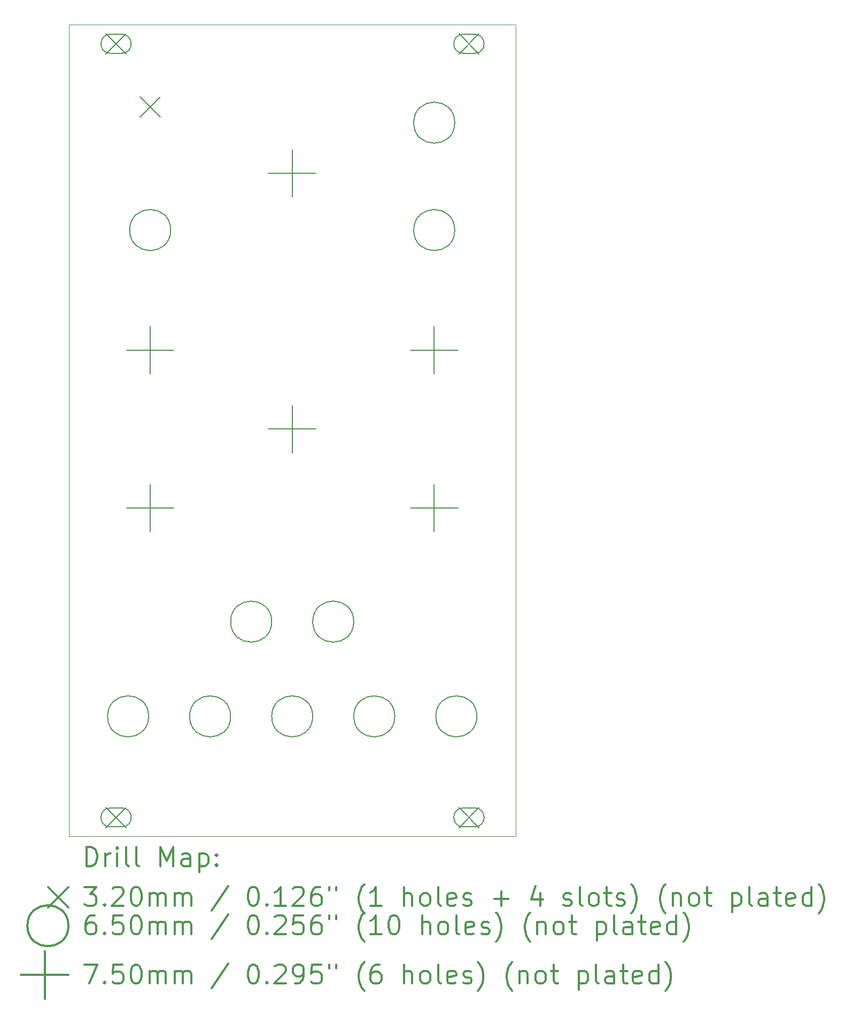
<source format=gbr>
%FSLAX45Y45*%
G04 Gerber Fmt 4.5, Leading zero omitted, Abs format (unit mm)*
G04 Created by KiCad (PCBNEW (5.0.0-rc2)) date Wed Jul  8 18:04:15 2020*
%MOMM*%
%LPD*%
G01*
G04 APERTURE LIST*
%ADD10C,0.100000*%
%ADD11C,0.200000*%
%ADD12C,0.300000*%
G04 APERTURE END LIST*
D10*
X0Y12850000D02*
X0Y0D01*
X7080000Y12850000D02*
X0Y12850000D01*
X7080000Y0D02*
X7080000Y12850000D01*
X0Y0D02*
X7080000Y0D01*
D11*
X6180000Y12710000D02*
X6500000Y12390000D01*
X6500000Y12710000D02*
X6180000Y12390000D01*
X6250000Y12400000D02*
X6430000Y12400000D01*
X6250000Y12700000D02*
X6430000Y12700000D01*
X6430000Y12400000D02*
G75*
G03X6430000Y12700000I0J150000D01*
G01*
X6250000Y12700000D02*
G75*
G03X6250000Y12400000I0J-150000D01*
G01*
X590000Y12710000D02*
X910000Y12390000D01*
X910000Y12710000D02*
X590000Y12390000D01*
X660000Y12400000D02*
X840000Y12400000D01*
X660000Y12700000D02*
X840000Y12700000D01*
X840000Y12400000D02*
G75*
G03X840000Y12700000I0J150000D01*
G01*
X660000Y12700000D02*
G75*
G03X660000Y12400000I0J-150000D01*
G01*
X590000Y460000D02*
X910000Y140000D01*
X910000Y460000D02*
X590000Y140000D01*
X660000Y150000D02*
X840000Y150000D01*
X660000Y450000D02*
X840000Y450000D01*
X840000Y150000D02*
G75*
G03X840000Y450000I0J150000D01*
G01*
X660000Y450000D02*
G75*
G03X660000Y150000I0J-150000D01*
G01*
X1130000Y11710000D02*
X1450000Y11390000D01*
X1450000Y11710000D02*
X1130000Y11390000D01*
X6180000Y460000D02*
X6500000Y140000D01*
X6500000Y460000D02*
X6180000Y140000D01*
X6250000Y150000D02*
X6430000Y150000D01*
X6250000Y450000D02*
X6430000Y450000D01*
X6430000Y150000D02*
G75*
G03X6430000Y450000I0J150000D01*
G01*
X6250000Y450000D02*
G75*
G03X6250000Y150000I0J-150000D01*
G01*
X4515000Y3400000D02*
G75*
G03X4515000Y3400000I-325000J0D01*
G01*
X6115000Y11300000D02*
G75*
G03X6115000Y11300000I-325000J0D01*
G01*
X1265000Y1900000D02*
G75*
G03X1265000Y1900000I-325000J0D01*
G01*
X6465000Y1900000D02*
G75*
G03X6465000Y1900000I-325000J0D01*
G01*
X5165000Y1900000D02*
G75*
G03X5165000Y1900000I-325000J0D01*
G01*
X3215000Y3400000D02*
G75*
G03X3215000Y3400000I-325000J0D01*
G01*
X6115000Y9600000D02*
G75*
G03X6115000Y9600000I-325000J0D01*
G01*
X3865000Y1900000D02*
G75*
G03X3865000Y1900000I-325000J0D01*
G01*
X2565000Y1900000D02*
G75*
G03X2565000Y1900000I-325000J0D01*
G01*
X1615000Y9600000D02*
G75*
G03X1615000Y9600000I-325000J0D01*
G01*
X3540000Y10875000D02*
X3540000Y10125000D01*
X3165000Y10500000D02*
X3915000Y10500000D01*
X1290000Y8075000D02*
X1290000Y7325000D01*
X915000Y7700000D02*
X1665000Y7700000D01*
X3540000Y6825000D02*
X3540000Y6075000D01*
X3165000Y6450000D02*
X3915000Y6450000D01*
X5790000Y8075000D02*
X5790000Y7325000D01*
X5415000Y7700000D02*
X6165000Y7700000D01*
X1290000Y5575000D02*
X1290000Y4825000D01*
X915000Y5200000D02*
X1665000Y5200000D01*
X5790000Y5575000D02*
X5790000Y4825000D01*
X5415000Y5200000D02*
X6165000Y5200000D01*
D12*
X281428Y-470714D02*
X281428Y-170714D01*
X352857Y-170714D01*
X395714Y-185000D01*
X424286Y-213571D01*
X438571Y-242143D01*
X452857Y-299286D01*
X452857Y-342143D01*
X438571Y-399286D01*
X424286Y-427857D01*
X395714Y-456429D01*
X352857Y-470714D01*
X281428Y-470714D01*
X581428Y-470714D02*
X581428Y-270714D01*
X581428Y-327857D02*
X595714Y-299286D01*
X610000Y-285000D01*
X638571Y-270714D01*
X667143Y-270714D01*
X767143Y-470714D02*
X767143Y-270714D01*
X767143Y-170714D02*
X752857Y-185000D01*
X767143Y-199286D01*
X781428Y-185000D01*
X767143Y-170714D01*
X767143Y-199286D01*
X952857Y-470714D02*
X924286Y-456429D01*
X910000Y-427857D01*
X910000Y-170714D01*
X1110000Y-470714D02*
X1081428Y-456429D01*
X1067143Y-427857D01*
X1067143Y-170714D01*
X1452857Y-470714D02*
X1452857Y-170714D01*
X1552857Y-385000D01*
X1652857Y-170714D01*
X1652857Y-470714D01*
X1924286Y-470714D02*
X1924286Y-313572D01*
X1910000Y-285000D01*
X1881428Y-270714D01*
X1824286Y-270714D01*
X1795714Y-285000D01*
X1924286Y-456429D02*
X1895714Y-470714D01*
X1824286Y-470714D01*
X1795714Y-456429D01*
X1781428Y-427857D01*
X1781428Y-399286D01*
X1795714Y-370714D01*
X1824286Y-356429D01*
X1895714Y-356429D01*
X1924286Y-342143D01*
X2067143Y-270714D02*
X2067143Y-570714D01*
X2067143Y-285000D02*
X2095714Y-270714D01*
X2152857Y-270714D01*
X2181428Y-285000D01*
X2195714Y-299286D01*
X2210000Y-327857D01*
X2210000Y-413571D01*
X2195714Y-442143D01*
X2181428Y-456429D01*
X2152857Y-470714D01*
X2095714Y-470714D01*
X2067143Y-456429D01*
X2338571Y-442143D02*
X2352857Y-456429D01*
X2338571Y-470714D01*
X2324286Y-456429D01*
X2338571Y-442143D01*
X2338571Y-470714D01*
X2338571Y-285000D02*
X2352857Y-299286D01*
X2338571Y-313572D01*
X2324286Y-299286D01*
X2338571Y-285000D01*
X2338571Y-313572D01*
X-325000Y-805000D02*
X-5000Y-1125000D01*
X-5000Y-805000D02*
X-325000Y-1125000D01*
X252857Y-800714D02*
X438571Y-800714D01*
X338571Y-915000D01*
X381428Y-915000D01*
X410000Y-929286D01*
X424286Y-943571D01*
X438571Y-972143D01*
X438571Y-1043571D01*
X424286Y-1072143D01*
X410000Y-1086429D01*
X381428Y-1100714D01*
X295714Y-1100714D01*
X267143Y-1086429D01*
X252857Y-1072143D01*
X567143Y-1072143D02*
X581428Y-1086429D01*
X567143Y-1100714D01*
X552857Y-1086429D01*
X567143Y-1072143D01*
X567143Y-1100714D01*
X695714Y-829286D02*
X710000Y-815000D01*
X738571Y-800714D01*
X810000Y-800714D01*
X838571Y-815000D01*
X852857Y-829286D01*
X867143Y-857857D01*
X867143Y-886429D01*
X852857Y-929286D01*
X681428Y-1100714D01*
X867143Y-1100714D01*
X1052857Y-800714D02*
X1081428Y-800714D01*
X1110000Y-815000D01*
X1124286Y-829286D01*
X1138571Y-857857D01*
X1152857Y-915000D01*
X1152857Y-986429D01*
X1138571Y-1043571D01*
X1124286Y-1072143D01*
X1110000Y-1086429D01*
X1081428Y-1100714D01*
X1052857Y-1100714D01*
X1024286Y-1086429D01*
X1010000Y-1072143D01*
X995714Y-1043571D01*
X981428Y-986429D01*
X981428Y-915000D01*
X995714Y-857857D01*
X1010000Y-829286D01*
X1024286Y-815000D01*
X1052857Y-800714D01*
X1281428Y-1100714D02*
X1281428Y-900714D01*
X1281428Y-929286D02*
X1295714Y-915000D01*
X1324286Y-900714D01*
X1367143Y-900714D01*
X1395714Y-915000D01*
X1410000Y-943571D01*
X1410000Y-1100714D01*
X1410000Y-943571D02*
X1424286Y-915000D01*
X1452857Y-900714D01*
X1495714Y-900714D01*
X1524286Y-915000D01*
X1538571Y-943571D01*
X1538571Y-1100714D01*
X1681428Y-1100714D02*
X1681428Y-900714D01*
X1681428Y-929286D02*
X1695714Y-915000D01*
X1724286Y-900714D01*
X1767143Y-900714D01*
X1795714Y-915000D01*
X1810000Y-943571D01*
X1810000Y-1100714D01*
X1810000Y-943571D02*
X1824286Y-915000D01*
X1852857Y-900714D01*
X1895714Y-900714D01*
X1924286Y-915000D01*
X1938571Y-943571D01*
X1938571Y-1100714D01*
X2524286Y-786429D02*
X2267143Y-1172143D01*
X2910000Y-800714D02*
X2938571Y-800714D01*
X2967143Y-815000D01*
X2981428Y-829286D01*
X2995714Y-857857D01*
X3010000Y-915000D01*
X3010000Y-986429D01*
X2995714Y-1043571D01*
X2981428Y-1072143D01*
X2967143Y-1086429D01*
X2938571Y-1100714D01*
X2910000Y-1100714D01*
X2881428Y-1086429D01*
X2867143Y-1072143D01*
X2852857Y-1043571D01*
X2838571Y-986429D01*
X2838571Y-915000D01*
X2852857Y-857857D01*
X2867143Y-829286D01*
X2881428Y-815000D01*
X2910000Y-800714D01*
X3138571Y-1072143D02*
X3152857Y-1086429D01*
X3138571Y-1100714D01*
X3124286Y-1086429D01*
X3138571Y-1072143D01*
X3138571Y-1100714D01*
X3438571Y-1100714D02*
X3267143Y-1100714D01*
X3352857Y-1100714D02*
X3352857Y-800714D01*
X3324286Y-843571D01*
X3295714Y-872143D01*
X3267143Y-886429D01*
X3552857Y-829286D02*
X3567143Y-815000D01*
X3595714Y-800714D01*
X3667143Y-800714D01*
X3695714Y-815000D01*
X3710000Y-829286D01*
X3724286Y-857857D01*
X3724286Y-886429D01*
X3710000Y-929286D01*
X3538571Y-1100714D01*
X3724286Y-1100714D01*
X3981428Y-800714D02*
X3924286Y-800714D01*
X3895714Y-815000D01*
X3881428Y-829286D01*
X3852857Y-872143D01*
X3838571Y-929286D01*
X3838571Y-1043571D01*
X3852857Y-1072143D01*
X3867143Y-1086429D01*
X3895714Y-1100714D01*
X3952857Y-1100714D01*
X3981428Y-1086429D01*
X3995714Y-1072143D01*
X4010000Y-1043571D01*
X4010000Y-972143D01*
X3995714Y-943571D01*
X3981428Y-929286D01*
X3952857Y-915000D01*
X3895714Y-915000D01*
X3867143Y-929286D01*
X3852857Y-943571D01*
X3838571Y-972143D01*
X4124286Y-800714D02*
X4124286Y-857857D01*
X4238571Y-800714D02*
X4238571Y-857857D01*
X4681428Y-1215000D02*
X4667143Y-1200714D01*
X4638571Y-1157857D01*
X4624286Y-1129286D01*
X4610000Y-1086429D01*
X4595714Y-1015000D01*
X4595714Y-957857D01*
X4610000Y-886429D01*
X4624286Y-843571D01*
X4638571Y-815000D01*
X4667143Y-772143D01*
X4681428Y-757857D01*
X4952857Y-1100714D02*
X4781428Y-1100714D01*
X4867143Y-1100714D02*
X4867143Y-800714D01*
X4838571Y-843571D01*
X4810000Y-872143D01*
X4781428Y-886429D01*
X5310000Y-1100714D02*
X5310000Y-800714D01*
X5438571Y-1100714D02*
X5438571Y-943571D01*
X5424286Y-915000D01*
X5395714Y-900714D01*
X5352857Y-900714D01*
X5324286Y-915000D01*
X5310000Y-929286D01*
X5624286Y-1100714D02*
X5595714Y-1086429D01*
X5581428Y-1072143D01*
X5567143Y-1043571D01*
X5567143Y-957857D01*
X5581428Y-929286D01*
X5595714Y-915000D01*
X5624286Y-900714D01*
X5667143Y-900714D01*
X5695714Y-915000D01*
X5710000Y-929286D01*
X5724286Y-957857D01*
X5724286Y-1043571D01*
X5710000Y-1072143D01*
X5695714Y-1086429D01*
X5667143Y-1100714D01*
X5624286Y-1100714D01*
X5895714Y-1100714D02*
X5867143Y-1086429D01*
X5852857Y-1057857D01*
X5852857Y-800714D01*
X6124286Y-1086429D02*
X6095714Y-1100714D01*
X6038571Y-1100714D01*
X6010000Y-1086429D01*
X5995714Y-1057857D01*
X5995714Y-943571D01*
X6010000Y-915000D01*
X6038571Y-900714D01*
X6095714Y-900714D01*
X6124286Y-915000D01*
X6138571Y-943571D01*
X6138571Y-972143D01*
X5995714Y-1000714D01*
X6252857Y-1086429D02*
X6281428Y-1100714D01*
X6338571Y-1100714D01*
X6367143Y-1086429D01*
X6381428Y-1057857D01*
X6381428Y-1043571D01*
X6367143Y-1015000D01*
X6338571Y-1000714D01*
X6295714Y-1000714D01*
X6267143Y-986429D01*
X6252857Y-957857D01*
X6252857Y-943571D01*
X6267143Y-915000D01*
X6295714Y-900714D01*
X6338571Y-900714D01*
X6367143Y-915000D01*
X6738571Y-986429D02*
X6967143Y-986429D01*
X6852857Y-1100714D02*
X6852857Y-872143D01*
X7467143Y-900714D02*
X7467143Y-1100714D01*
X7395714Y-786429D02*
X7324286Y-1000714D01*
X7510000Y-1000714D01*
X7838571Y-1086429D02*
X7867143Y-1100714D01*
X7924286Y-1100714D01*
X7952857Y-1086429D01*
X7967143Y-1057857D01*
X7967143Y-1043571D01*
X7952857Y-1015000D01*
X7924286Y-1000714D01*
X7881428Y-1000714D01*
X7852857Y-986429D01*
X7838571Y-957857D01*
X7838571Y-943571D01*
X7852857Y-915000D01*
X7881428Y-900714D01*
X7924286Y-900714D01*
X7952857Y-915000D01*
X8138571Y-1100714D02*
X8110000Y-1086429D01*
X8095714Y-1057857D01*
X8095714Y-800714D01*
X8295714Y-1100714D02*
X8267143Y-1086429D01*
X8252857Y-1072143D01*
X8238571Y-1043571D01*
X8238571Y-957857D01*
X8252857Y-929286D01*
X8267143Y-915000D01*
X8295714Y-900714D01*
X8338571Y-900714D01*
X8367143Y-915000D01*
X8381428Y-929286D01*
X8395714Y-957857D01*
X8395714Y-1043571D01*
X8381428Y-1072143D01*
X8367143Y-1086429D01*
X8338571Y-1100714D01*
X8295714Y-1100714D01*
X8481428Y-900714D02*
X8595714Y-900714D01*
X8524286Y-800714D02*
X8524286Y-1057857D01*
X8538571Y-1086429D01*
X8567143Y-1100714D01*
X8595714Y-1100714D01*
X8681428Y-1086429D02*
X8710000Y-1100714D01*
X8767143Y-1100714D01*
X8795714Y-1086429D01*
X8810000Y-1057857D01*
X8810000Y-1043571D01*
X8795714Y-1015000D01*
X8767143Y-1000714D01*
X8724286Y-1000714D01*
X8695714Y-986429D01*
X8681428Y-957857D01*
X8681428Y-943571D01*
X8695714Y-915000D01*
X8724286Y-900714D01*
X8767143Y-900714D01*
X8795714Y-915000D01*
X8910000Y-1215000D02*
X8924286Y-1200714D01*
X8952857Y-1157857D01*
X8967143Y-1129286D01*
X8981428Y-1086429D01*
X8995714Y-1015000D01*
X8995714Y-957857D01*
X8981428Y-886429D01*
X8967143Y-843571D01*
X8952857Y-815000D01*
X8924286Y-772143D01*
X8910000Y-757857D01*
X9452857Y-1215000D02*
X9438571Y-1200714D01*
X9410000Y-1157857D01*
X9395714Y-1129286D01*
X9381428Y-1086429D01*
X9367143Y-1015000D01*
X9367143Y-957857D01*
X9381428Y-886429D01*
X9395714Y-843571D01*
X9410000Y-815000D01*
X9438571Y-772143D01*
X9452857Y-757857D01*
X9567143Y-900714D02*
X9567143Y-1100714D01*
X9567143Y-929286D02*
X9581428Y-915000D01*
X9610000Y-900714D01*
X9652857Y-900714D01*
X9681428Y-915000D01*
X9695714Y-943571D01*
X9695714Y-1100714D01*
X9881428Y-1100714D02*
X9852857Y-1086429D01*
X9838571Y-1072143D01*
X9824286Y-1043571D01*
X9824286Y-957857D01*
X9838571Y-929286D01*
X9852857Y-915000D01*
X9881428Y-900714D01*
X9924286Y-900714D01*
X9952857Y-915000D01*
X9967143Y-929286D01*
X9981428Y-957857D01*
X9981428Y-1043571D01*
X9967143Y-1072143D01*
X9952857Y-1086429D01*
X9924286Y-1100714D01*
X9881428Y-1100714D01*
X10067143Y-900714D02*
X10181428Y-900714D01*
X10110000Y-800714D02*
X10110000Y-1057857D01*
X10124286Y-1086429D01*
X10152857Y-1100714D01*
X10181428Y-1100714D01*
X10510000Y-900714D02*
X10510000Y-1200714D01*
X10510000Y-915000D02*
X10538571Y-900714D01*
X10595714Y-900714D01*
X10624286Y-915000D01*
X10638571Y-929286D01*
X10652857Y-957857D01*
X10652857Y-1043571D01*
X10638571Y-1072143D01*
X10624286Y-1086429D01*
X10595714Y-1100714D01*
X10538571Y-1100714D01*
X10510000Y-1086429D01*
X10824286Y-1100714D02*
X10795714Y-1086429D01*
X10781428Y-1057857D01*
X10781428Y-800714D01*
X11067143Y-1100714D02*
X11067143Y-943571D01*
X11052857Y-915000D01*
X11024286Y-900714D01*
X10967143Y-900714D01*
X10938571Y-915000D01*
X11067143Y-1086429D02*
X11038571Y-1100714D01*
X10967143Y-1100714D01*
X10938571Y-1086429D01*
X10924286Y-1057857D01*
X10924286Y-1029286D01*
X10938571Y-1000714D01*
X10967143Y-986429D01*
X11038571Y-986429D01*
X11067143Y-972143D01*
X11167143Y-900714D02*
X11281428Y-900714D01*
X11210000Y-800714D02*
X11210000Y-1057857D01*
X11224286Y-1086429D01*
X11252857Y-1100714D01*
X11281428Y-1100714D01*
X11495714Y-1086429D02*
X11467143Y-1100714D01*
X11410000Y-1100714D01*
X11381428Y-1086429D01*
X11367143Y-1057857D01*
X11367143Y-943571D01*
X11381428Y-915000D01*
X11410000Y-900714D01*
X11467143Y-900714D01*
X11495714Y-915000D01*
X11510000Y-943571D01*
X11510000Y-972143D01*
X11367143Y-1000714D01*
X11767143Y-1100714D02*
X11767143Y-800714D01*
X11767143Y-1086429D02*
X11738571Y-1100714D01*
X11681428Y-1100714D01*
X11652857Y-1086429D01*
X11638571Y-1072143D01*
X11624286Y-1043571D01*
X11624286Y-957857D01*
X11638571Y-929286D01*
X11652857Y-915000D01*
X11681428Y-900714D01*
X11738571Y-900714D01*
X11767143Y-915000D01*
X11881428Y-1215000D02*
X11895714Y-1200714D01*
X11924286Y-1157857D01*
X11938571Y-1129286D01*
X11952857Y-1086429D01*
X11967143Y-1015000D01*
X11967143Y-957857D01*
X11952857Y-886429D01*
X11938571Y-843571D01*
X11924286Y-815000D01*
X11895714Y-772143D01*
X11881428Y-757857D01*
X-5000Y-1415000D02*
G75*
G03X-5000Y-1415000I-325000J0D01*
G01*
X410000Y-1250714D02*
X352857Y-1250714D01*
X324286Y-1265000D01*
X310000Y-1279286D01*
X281428Y-1322143D01*
X267143Y-1379286D01*
X267143Y-1493571D01*
X281428Y-1522143D01*
X295714Y-1536429D01*
X324286Y-1550714D01*
X381428Y-1550714D01*
X410000Y-1536429D01*
X424286Y-1522143D01*
X438571Y-1493571D01*
X438571Y-1422143D01*
X424286Y-1393572D01*
X410000Y-1379286D01*
X381428Y-1365000D01*
X324286Y-1365000D01*
X295714Y-1379286D01*
X281428Y-1393572D01*
X267143Y-1422143D01*
X567143Y-1522143D02*
X581428Y-1536429D01*
X567143Y-1550714D01*
X552857Y-1536429D01*
X567143Y-1522143D01*
X567143Y-1550714D01*
X852857Y-1250714D02*
X710000Y-1250714D01*
X695714Y-1393572D01*
X710000Y-1379286D01*
X738571Y-1365000D01*
X810000Y-1365000D01*
X838571Y-1379286D01*
X852857Y-1393572D01*
X867143Y-1422143D01*
X867143Y-1493571D01*
X852857Y-1522143D01*
X838571Y-1536429D01*
X810000Y-1550714D01*
X738571Y-1550714D01*
X710000Y-1536429D01*
X695714Y-1522143D01*
X1052857Y-1250714D02*
X1081428Y-1250714D01*
X1110000Y-1265000D01*
X1124286Y-1279286D01*
X1138571Y-1307857D01*
X1152857Y-1365000D01*
X1152857Y-1436429D01*
X1138571Y-1493571D01*
X1124286Y-1522143D01*
X1110000Y-1536429D01*
X1081428Y-1550714D01*
X1052857Y-1550714D01*
X1024286Y-1536429D01*
X1010000Y-1522143D01*
X995714Y-1493571D01*
X981428Y-1436429D01*
X981428Y-1365000D01*
X995714Y-1307857D01*
X1010000Y-1279286D01*
X1024286Y-1265000D01*
X1052857Y-1250714D01*
X1281428Y-1550714D02*
X1281428Y-1350714D01*
X1281428Y-1379286D02*
X1295714Y-1365000D01*
X1324286Y-1350714D01*
X1367143Y-1350714D01*
X1395714Y-1365000D01*
X1410000Y-1393572D01*
X1410000Y-1550714D01*
X1410000Y-1393572D02*
X1424286Y-1365000D01*
X1452857Y-1350714D01*
X1495714Y-1350714D01*
X1524286Y-1365000D01*
X1538571Y-1393572D01*
X1538571Y-1550714D01*
X1681428Y-1550714D02*
X1681428Y-1350714D01*
X1681428Y-1379286D02*
X1695714Y-1365000D01*
X1724286Y-1350714D01*
X1767143Y-1350714D01*
X1795714Y-1365000D01*
X1810000Y-1393572D01*
X1810000Y-1550714D01*
X1810000Y-1393572D02*
X1824286Y-1365000D01*
X1852857Y-1350714D01*
X1895714Y-1350714D01*
X1924286Y-1365000D01*
X1938571Y-1393572D01*
X1938571Y-1550714D01*
X2524286Y-1236429D02*
X2267143Y-1622143D01*
X2910000Y-1250714D02*
X2938571Y-1250714D01*
X2967143Y-1265000D01*
X2981428Y-1279286D01*
X2995714Y-1307857D01*
X3010000Y-1365000D01*
X3010000Y-1436429D01*
X2995714Y-1493571D01*
X2981428Y-1522143D01*
X2967143Y-1536429D01*
X2938571Y-1550714D01*
X2910000Y-1550714D01*
X2881428Y-1536429D01*
X2867143Y-1522143D01*
X2852857Y-1493571D01*
X2838571Y-1436429D01*
X2838571Y-1365000D01*
X2852857Y-1307857D01*
X2867143Y-1279286D01*
X2881428Y-1265000D01*
X2910000Y-1250714D01*
X3138571Y-1522143D02*
X3152857Y-1536429D01*
X3138571Y-1550714D01*
X3124286Y-1536429D01*
X3138571Y-1522143D01*
X3138571Y-1550714D01*
X3267143Y-1279286D02*
X3281428Y-1265000D01*
X3310000Y-1250714D01*
X3381428Y-1250714D01*
X3410000Y-1265000D01*
X3424286Y-1279286D01*
X3438571Y-1307857D01*
X3438571Y-1336429D01*
X3424286Y-1379286D01*
X3252857Y-1550714D01*
X3438571Y-1550714D01*
X3710000Y-1250714D02*
X3567143Y-1250714D01*
X3552857Y-1393572D01*
X3567143Y-1379286D01*
X3595714Y-1365000D01*
X3667143Y-1365000D01*
X3695714Y-1379286D01*
X3710000Y-1393572D01*
X3724286Y-1422143D01*
X3724286Y-1493571D01*
X3710000Y-1522143D01*
X3695714Y-1536429D01*
X3667143Y-1550714D01*
X3595714Y-1550714D01*
X3567143Y-1536429D01*
X3552857Y-1522143D01*
X3981428Y-1250714D02*
X3924286Y-1250714D01*
X3895714Y-1265000D01*
X3881428Y-1279286D01*
X3852857Y-1322143D01*
X3838571Y-1379286D01*
X3838571Y-1493571D01*
X3852857Y-1522143D01*
X3867143Y-1536429D01*
X3895714Y-1550714D01*
X3952857Y-1550714D01*
X3981428Y-1536429D01*
X3995714Y-1522143D01*
X4010000Y-1493571D01*
X4010000Y-1422143D01*
X3995714Y-1393572D01*
X3981428Y-1379286D01*
X3952857Y-1365000D01*
X3895714Y-1365000D01*
X3867143Y-1379286D01*
X3852857Y-1393572D01*
X3838571Y-1422143D01*
X4124286Y-1250714D02*
X4124286Y-1307857D01*
X4238571Y-1250714D02*
X4238571Y-1307857D01*
X4681428Y-1665000D02*
X4667143Y-1650714D01*
X4638571Y-1607857D01*
X4624286Y-1579286D01*
X4610000Y-1536429D01*
X4595714Y-1465000D01*
X4595714Y-1407857D01*
X4610000Y-1336429D01*
X4624286Y-1293572D01*
X4638571Y-1265000D01*
X4667143Y-1222143D01*
X4681428Y-1207857D01*
X4952857Y-1550714D02*
X4781428Y-1550714D01*
X4867143Y-1550714D02*
X4867143Y-1250714D01*
X4838571Y-1293572D01*
X4810000Y-1322143D01*
X4781428Y-1336429D01*
X5138571Y-1250714D02*
X5167143Y-1250714D01*
X5195714Y-1265000D01*
X5210000Y-1279286D01*
X5224286Y-1307857D01*
X5238571Y-1365000D01*
X5238571Y-1436429D01*
X5224286Y-1493571D01*
X5210000Y-1522143D01*
X5195714Y-1536429D01*
X5167143Y-1550714D01*
X5138571Y-1550714D01*
X5110000Y-1536429D01*
X5095714Y-1522143D01*
X5081428Y-1493571D01*
X5067143Y-1436429D01*
X5067143Y-1365000D01*
X5081428Y-1307857D01*
X5095714Y-1279286D01*
X5110000Y-1265000D01*
X5138571Y-1250714D01*
X5595714Y-1550714D02*
X5595714Y-1250714D01*
X5724286Y-1550714D02*
X5724286Y-1393572D01*
X5710000Y-1365000D01*
X5681428Y-1350714D01*
X5638571Y-1350714D01*
X5610000Y-1365000D01*
X5595714Y-1379286D01*
X5910000Y-1550714D02*
X5881428Y-1536429D01*
X5867143Y-1522143D01*
X5852857Y-1493571D01*
X5852857Y-1407857D01*
X5867143Y-1379286D01*
X5881428Y-1365000D01*
X5910000Y-1350714D01*
X5952857Y-1350714D01*
X5981428Y-1365000D01*
X5995714Y-1379286D01*
X6010000Y-1407857D01*
X6010000Y-1493571D01*
X5995714Y-1522143D01*
X5981428Y-1536429D01*
X5952857Y-1550714D01*
X5910000Y-1550714D01*
X6181428Y-1550714D02*
X6152857Y-1536429D01*
X6138571Y-1507857D01*
X6138571Y-1250714D01*
X6410000Y-1536429D02*
X6381428Y-1550714D01*
X6324286Y-1550714D01*
X6295714Y-1536429D01*
X6281428Y-1507857D01*
X6281428Y-1393572D01*
X6295714Y-1365000D01*
X6324286Y-1350714D01*
X6381428Y-1350714D01*
X6410000Y-1365000D01*
X6424286Y-1393572D01*
X6424286Y-1422143D01*
X6281428Y-1450714D01*
X6538571Y-1536429D02*
X6567143Y-1550714D01*
X6624286Y-1550714D01*
X6652857Y-1536429D01*
X6667143Y-1507857D01*
X6667143Y-1493571D01*
X6652857Y-1465000D01*
X6624286Y-1450714D01*
X6581428Y-1450714D01*
X6552857Y-1436429D01*
X6538571Y-1407857D01*
X6538571Y-1393572D01*
X6552857Y-1365000D01*
X6581428Y-1350714D01*
X6624286Y-1350714D01*
X6652857Y-1365000D01*
X6767143Y-1665000D02*
X6781428Y-1650714D01*
X6810000Y-1607857D01*
X6824286Y-1579286D01*
X6838571Y-1536429D01*
X6852857Y-1465000D01*
X6852857Y-1407857D01*
X6838571Y-1336429D01*
X6824286Y-1293572D01*
X6810000Y-1265000D01*
X6781428Y-1222143D01*
X6767143Y-1207857D01*
X7310000Y-1665000D02*
X7295714Y-1650714D01*
X7267143Y-1607857D01*
X7252857Y-1579286D01*
X7238571Y-1536429D01*
X7224286Y-1465000D01*
X7224286Y-1407857D01*
X7238571Y-1336429D01*
X7252857Y-1293572D01*
X7267143Y-1265000D01*
X7295714Y-1222143D01*
X7310000Y-1207857D01*
X7424286Y-1350714D02*
X7424286Y-1550714D01*
X7424286Y-1379286D02*
X7438571Y-1365000D01*
X7467143Y-1350714D01*
X7510000Y-1350714D01*
X7538571Y-1365000D01*
X7552857Y-1393572D01*
X7552857Y-1550714D01*
X7738571Y-1550714D02*
X7710000Y-1536429D01*
X7695714Y-1522143D01*
X7681428Y-1493571D01*
X7681428Y-1407857D01*
X7695714Y-1379286D01*
X7710000Y-1365000D01*
X7738571Y-1350714D01*
X7781428Y-1350714D01*
X7810000Y-1365000D01*
X7824286Y-1379286D01*
X7838571Y-1407857D01*
X7838571Y-1493571D01*
X7824286Y-1522143D01*
X7810000Y-1536429D01*
X7781428Y-1550714D01*
X7738571Y-1550714D01*
X7924286Y-1350714D02*
X8038571Y-1350714D01*
X7967143Y-1250714D02*
X7967143Y-1507857D01*
X7981428Y-1536429D01*
X8010000Y-1550714D01*
X8038571Y-1550714D01*
X8367143Y-1350714D02*
X8367143Y-1650714D01*
X8367143Y-1365000D02*
X8395714Y-1350714D01*
X8452857Y-1350714D01*
X8481428Y-1365000D01*
X8495714Y-1379286D01*
X8510000Y-1407857D01*
X8510000Y-1493571D01*
X8495714Y-1522143D01*
X8481428Y-1536429D01*
X8452857Y-1550714D01*
X8395714Y-1550714D01*
X8367143Y-1536429D01*
X8681428Y-1550714D02*
X8652857Y-1536429D01*
X8638571Y-1507857D01*
X8638571Y-1250714D01*
X8924286Y-1550714D02*
X8924286Y-1393572D01*
X8910000Y-1365000D01*
X8881428Y-1350714D01*
X8824286Y-1350714D01*
X8795714Y-1365000D01*
X8924286Y-1536429D02*
X8895714Y-1550714D01*
X8824286Y-1550714D01*
X8795714Y-1536429D01*
X8781428Y-1507857D01*
X8781428Y-1479286D01*
X8795714Y-1450714D01*
X8824286Y-1436429D01*
X8895714Y-1436429D01*
X8924286Y-1422143D01*
X9024286Y-1350714D02*
X9138571Y-1350714D01*
X9067143Y-1250714D02*
X9067143Y-1507857D01*
X9081428Y-1536429D01*
X9110000Y-1550714D01*
X9138571Y-1550714D01*
X9352857Y-1536429D02*
X9324286Y-1550714D01*
X9267143Y-1550714D01*
X9238571Y-1536429D01*
X9224286Y-1507857D01*
X9224286Y-1393572D01*
X9238571Y-1365000D01*
X9267143Y-1350714D01*
X9324286Y-1350714D01*
X9352857Y-1365000D01*
X9367143Y-1393572D01*
X9367143Y-1422143D01*
X9224286Y-1450714D01*
X9624286Y-1550714D02*
X9624286Y-1250714D01*
X9624286Y-1536429D02*
X9595714Y-1550714D01*
X9538571Y-1550714D01*
X9510000Y-1536429D01*
X9495714Y-1522143D01*
X9481428Y-1493571D01*
X9481428Y-1407857D01*
X9495714Y-1379286D01*
X9510000Y-1365000D01*
X9538571Y-1350714D01*
X9595714Y-1350714D01*
X9624286Y-1365000D01*
X9738571Y-1665000D02*
X9752857Y-1650714D01*
X9781428Y-1607857D01*
X9795714Y-1579286D01*
X9810000Y-1536429D01*
X9824286Y-1465000D01*
X9824286Y-1407857D01*
X9810000Y-1336429D01*
X9795714Y-1293572D01*
X9781428Y-1265000D01*
X9752857Y-1222143D01*
X9738571Y-1207857D01*
X-380000Y-1820000D02*
X-380000Y-2570000D01*
X-755000Y-2195000D02*
X-5000Y-2195000D01*
X252857Y-2030714D02*
X452857Y-2030714D01*
X324286Y-2330714D01*
X567143Y-2302143D02*
X581428Y-2316429D01*
X567143Y-2330714D01*
X552857Y-2316429D01*
X567143Y-2302143D01*
X567143Y-2330714D01*
X852857Y-2030714D02*
X710000Y-2030714D01*
X695714Y-2173572D01*
X710000Y-2159286D01*
X738571Y-2145000D01*
X810000Y-2145000D01*
X838571Y-2159286D01*
X852857Y-2173572D01*
X867143Y-2202143D01*
X867143Y-2273572D01*
X852857Y-2302143D01*
X838571Y-2316429D01*
X810000Y-2330714D01*
X738571Y-2330714D01*
X710000Y-2316429D01*
X695714Y-2302143D01*
X1052857Y-2030714D02*
X1081428Y-2030714D01*
X1110000Y-2045000D01*
X1124286Y-2059286D01*
X1138571Y-2087857D01*
X1152857Y-2145000D01*
X1152857Y-2216429D01*
X1138571Y-2273572D01*
X1124286Y-2302143D01*
X1110000Y-2316429D01*
X1081428Y-2330714D01*
X1052857Y-2330714D01*
X1024286Y-2316429D01*
X1010000Y-2302143D01*
X995714Y-2273572D01*
X981428Y-2216429D01*
X981428Y-2145000D01*
X995714Y-2087857D01*
X1010000Y-2059286D01*
X1024286Y-2045000D01*
X1052857Y-2030714D01*
X1281428Y-2330714D02*
X1281428Y-2130714D01*
X1281428Y-2159286D02*
X1295714Y-2145000D01*
X1324286Y-2130714D01*
X1367143Y-2130714D01*
X1395714Y-2145000D01*
X1410000Y-2173572D01*
X1410000Y-2330714D01*
X1410000Y-2173572D02*
X1424286Y-2145000D01*
X1452857Y-2130714D01*
X1495714Y-2130714D01*
X1524286Y-2145000D01*
X1538571Y-2173572D01*
X1538571Y-2330714D01*
X1681428Y-2330714D02*
X1681428Y-2130714D01*
X1681428Y-2159286D02*
X1695714Y-2145000D01*
X1724286Y-2130714D01*
X1767143Y-2130714D01*
X1795714Y-2145000D01*
X1810000Y-2173572D01*
X1810000Y-2330714D01*
X1810000Y-2173572D02*
X1824286Y-2145000D01*
X1852857Y-2130714D01*
X1895714Y-2130714D01*
X1924286Y-2145000D01*
X1938571Y-2173572D01*
X1938571Y-2330714D01*
X2524286Y-2016429D02*
X2267143Y-2402143D01*
X2910000Y-2030714D02*
X2938571Y-2030714D01*
X2967143Y-2045000D01*
X2981428Y-2059286D01*
X2995714Y-2087857D01*
X3010000Y-2145000D01*
X3010000Y-2216429D01*
X2995714Y-2273572D01*
X2981428Y-2302143D01*
X2967143Y-2316429D01*
X2938571Y-2330714D01*
X2910000Y-2330714D01*
X2881428Y-2316429D01*
X2867143Y-2302143D01*
X2852857Y-2273572D01*
X2838571Y-2216429D01*
X2838571Y-2145000D01*
X2852857Y-2087857D01*
X2867143Y-2059286D01*
X2881428Y-2045000D01*
X2910000Y-2030714D01*
X3138571Y-2302143D02*
X3152857Y-2316429D01*
X3138571Y-2330714D01*
X3124286Y-2316429D01*
X3138571Y-2302143D01*
X3138571Y-2330714D01*
X3267143Y-2059286D02*
X3281428Y-2045000D01*
X3310000Y-2030714D01*
X3381428Y-2030714D01*
X3410000Y-2045000D01*
X3424286Y-2059286D01*
X3438571Y-2087857D01*
X3438571Y-2116429D01*
X3424286Y-2159286D01*
X3252857Y-2330714D01*
X3438571Y-2330714D01*
X3581428Y-2330714D02*
X3638571Y-2330714D01*
X3667143Y-2316429D01*
X3681428Y-2302143D01*
X3710000Y-2259286D01*
X3724286Y-2202143D01*
X3724286Y-2087857D01*
X3710000Y-2059286D01*
X3695714Y-2045000D01*
X3667143Y-2030714D01*
X3610000Y-2030714D01*
X3581428Y-2045000D01*
X3567143Y-2059286D01*
X3552857Y-2087857D01*
X3552857Y-2159286D01*
X3567143Y-2187857D01*
X3581428Y-2202143D01*
X3610000Y-2216429D01*
X3667143Y-2216429D01*
X3695714Y-2202143D01*
X3710000Y-2187857D01*
X3724286Y-2159286D01*
X3995714Y-2030714D02*
X3852857Y-2030714D01*
X3838571Y-2173572D01*
X3852857Y-2159286D01*
X3881428Y-2145000D01*
X3952857Y-2145000D01*
X3981428Y-2159286D01*
X3995714Y-2173572D01*
X4010000Y-2202143D01*
X4010000Y-2273572D01*
X3995714Y-2302143D01*
X3981428Y-2316429D01*
X3952857Y-2330714D01*
X3881428Y-2330714D01*
X3852857Y-2316429D01*
X3838571Y-2302143D01*
X4124286Y-2030714D02*
X4124286Y-2087857D01*
X4238571Y-2030714D02*
X4238571Y-2087857D01*
X4681428Y-2445000D02*
X4667143Y-2430714D01*
X4638571Y-2387857D01*
X4624286Y-2359286D01*
X4610000Y-2316429D01*
X4595714Y-2245000D01*
X4595714Y-2187857D01*
X4610000Y-2116429D01*
X4624286Y-2073571D01*
X4638571Y-2045000D01*
X4667143Y-2002143D01*
X4681428Y-1987857D01*
X4924286Y-2030714D02*
X4867143Y-2030714D01*
X4838571Y-2045000D01*
X4824286Y-2059286D01*
X4795714Y-2102143D01*
X4781428Y-2159286D01*
X4781428Y-2273572D01*
X4795714Y-2302143D01*
X4810000Y-2316429D01*
X4838571Y-2330714D01*
X4895714Y-2330714D01*
X4924286Y-2316429D01*
X4938571Y-2302143D01*
X4952857Y-2273572D01*
X4952857Y-2202143D01*
X4938571Y-2173572D01*
X4924286Y-2159286D01*
X4895714Y-2145000D01*
X4838571Y-2145000D01*
X4810000Y-2159286D01*
X4795714Y-2173572D01*
X4781428Y-2202143D01*
X5310000Y-2330714D02*
X5310000Y-2030714D01*
X5438571Y-2330714D02*
X5438571Y-2173572D01*
X5424286Y-2145000D01*
X5395714Y-2130714D01*
X5352857Y-2130714D01*
X5324286Y-2145000D01*
X5310000Y-2159286D01*
X5624286Y-2330714D02*
X5595714Y-2316429D01*
X5581428Y-2302143D01*
X5567143Y-2273572D01*
X5567143Y-2187857D01*
X5581428Y-2159286D01*
X5595714Y-2145000D01*
X5624286Y-2130714D01*
X5667143Y-2130714D01*
X5695714Y-2145000D01*
X5710000Y-2159286D01*
X5724286Y-2187857D01*
X5724286Y-2273572D01*
X5710000Y-2302143D01*
X5695714Y-2316429D01*
X5667143Y-2330714D01*
X5624286Y-2330714D01*
X5895714Y-2330714D02*
X5867143Y-2316429D01*
X5852857Y-2287857D01*
X5852857Y-2030714D01*
X6124286Y-2316429D02*
X6095714Y-2330714D01*
X6038571Y-2330714D01*
X6010000Y-2316429D01*
X5995714Y-2287857D01*
X5995714Y-2173572D01*
X6010000Y-2145000D01*
X6038571Y-2130714D01*
X6095714Y-2130714D01*
X6124286Y-2145000D01*
X6138571Y-2173572D01*
X6138571Y-2202143D01*
X5995714Y-2230714D01*
X6252857Y-2316429D02*
X6281428Y-2330714D01*
X6338571Y-2330714D01*
X6367143Y-2316429D01*
X6381428Y-2287857D01*
X6381428Y-2273572D01*
X6367143Y-2245000D01*
X6338571Y-2230714D01*
X6295714Y-2230714D01*
X6267143Y-2216429D01*
X6252857Y-2187857D01*
X6252857Y-2173572D01*
X6267143Y-2145000D01*
X6295714Y-2130714D01*
X6338571Y-2130714D01*
X6367143Y-2145000D01*
X6481428Y-2445000D02*
X6495714Y-2430714D01*
X6524286Y-2387857D01*
X6538571Y-2359286D01*
X6552857Y-2316429D01*
X6567143Y-2245000D01*
X6567143Y-2187857D01*
X6552857Y-2116429D01*
X6538571Y-2073571D01*
X6524286Y-2045000D01*
X6495714Y-2002143D01*
X6481428Y-1987857D01*
X7024286Y-2445000D02*
X7010000Y-2430714D01*
X6981428Y-2387857D01*
X6967143Y-2359286D01*
X6952857Y-2316429D01*
X6938571Y-2245000D01*
X6938571Y-2187857D01*
X6952857Y-2116429D01*
X6967143Y-2073571D01*
X6981428Y-2045000D01*
X7010000Y-2002143D01*
X7024286Y-1987857D01*
X7138571Y-2130714D02*
X7138571Y-2330714D01*
X7138571Y-2159286D02*
X7152857Y-2145000D01*
X7181428Y-2130714D01*
X7224286Y-2130714D01*
X7252857Y-2145000D01*
X7267143Y-2173572D01*
X7267143Y-2330714D01*
X7452857Y-2330714D02*
X7424286Y-2316429D01*
X7410000Y-2302143D01*
X7395714Y-2273572D01*
X7395714Y-2187857D01*
X7410000Y-2159286D01*
X7424286Y-2145000D01*
X7452857Y-2130714D01*
X7495714Y-2130714D01*
X7524286Y-2145000D01*
X7538571Y-2159286D01*
X7552857Y-2187857D01*
X7552857Y-2273572D01*
X7538571Y-2302143D01*
X7524286Y-2316429D01*
X7495714Y-2330714D01*
X7452857Y-2330714D01*
X7638571Y-2130714D02*
X7752857Y-2130714D01*
X7681428Y-2030714D02*
X7681428Y-2287857D01*
X7695714Y-2316429D01*
X7724286Y-2330714D01*
X7752857Y-2330714D01*
X8081428Y-2130714D02*
X8081428Y-2430714D01*
X8081428Y-2145000D02*
X8110000Y-2130714D01*
X8167143Y-2130714D01*
X8195714Y-2145000D01*
X8210000Y-2159286D01*
X8224286Y-2187857D01*
X8224286Y-2273572D01*
X8210000Y-2302143D01*
X8195714Y-2316429D01*
X8167143Y-2330714D01*
X8110000Y-2330714D01*
X8081428Y-2316429D01*
X8395714Y-2330714D02*
X8367143Y-2316429D01*
X8352857Y-2287857D01*
X8352857Y-2030714D01*
X8638571Y-2330714D02*
X8638571Y-2173572D01*
X8624286Y-2145000D01*
X8595714Y-2130714D01*
X8538571Y-2130714D01*
X8510000Y-2145000D01*
X8638571Y-2316429D02*
X8610000Y-2330714D01*
X8538571Y-2330714D01*
X8510000Y-2316429D01*
X8495714Y-2287857D01*
X8495714Y-2259286D01*
X8510000Y-2230714D01*
X8538571Y-2216429D01*
X8610000Y-2216429D01*
X8638571Y-2202143D01*
X8738571Y-2130714D02*
X8852857Y-2130714D01*
X8781428Y-2030714D02*
X8781428Y-2287857D01*
X8795714Y-2316429D01*
X8824286Y-2330714D01*
X8852857Y-2330714D01*
X9067143Y-2316429D02*
X9038571Y-2330714D01*
X8981428Y-2330714D01*
X8952857Y-2316429D01*
X8938571Y-2287857D01*
X8938571Y-2173572D01*
X8952857Y-2145000D01*
X8981428Y-2130714D01*
X9038571Y-2130714D01*
X9067143Y-2145000D01*
X9081428Y-2173572D01*
X9081428Y-2202143D01*
X8938571Y-2230714D01*
X9338571Y-2330714D02*
X9338571Y-2030714D01*
X9338571Y-2316429D02*
X9310000Y-2330714D01*
X9252857Y-2330714D01*
X9224286Y-2316429D01*
X9210000Y-2302143D01*
X9195714Y-2273572D01*
X9195714Y-2187857D01*
X9210000Y-2159286D01*
X9224286Y-2145000D01*
X9252857Y-2130714D01*
X9310000Y-2130714D01*
X9338571Y-2145000D01*
X9452857Y-2445000D02*
X9467143Y-2430714D01*
X9495714Y-2387857D01*
X9510000Y-2359286D01*
X9524286Y-2316429D01*
X9538571Y-2245000D01*
X9538571Y-2187857D01*
X9524286Y-2116429D01*
X9510000Y-2073571D01*
X9495714Y-2045000D01*
X9467143Y-2002143D01*
X9452857Y-1987857D01*
M02*

</source>
